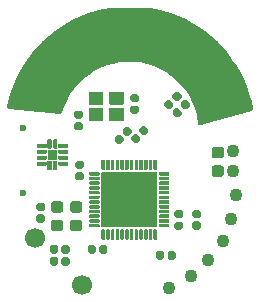
<source format=gts>
%TF.GenerationSoftware,KiCad,Pcbnew,5.1.7-a382d34a8~87~ubuntu20.04.1*%
%TF.CreationDate,2020-10-26T14:53:32+05:00*%
%TF.ProjectId,OneRing,4f6e6552-696e-4672-9e6b-696361645f70,rev?*%
%TF.SameCoordinates,Original*%
%TF.FileFunction,Soldermask,Top*%
%TF.FilePolarity,Negative*%
%FSLAX46Y46*%
G04 Gerber Fmt 4.6, Leading zero omitted, Abs format (unit mm)*
G04 Created by KiCad (PCBNEW 5.1.7-a382d34a8~87~ubuntu20.04.1) date 2020-10-26 14:53:32*
%MOMM*%
%LPD*%
G01*
G04 APERTURE LIST*
%ADD10C,0.100000*%
%ADD11C,1.700000*%
%ADD12C,0.600000*%
%ADD13C,1.100000*%
%ADD14C,0.254000*%
G04 APERTURE END LIST*
D10*
%TO.C,AE1*%
G36*
X162334535Y-90361447D02*
G01*
X163288907Y-90136782D01*
X164252431Y-90023546D01*
X165239248Y-89997242D01*
X166220381Y-90065637D01*
X167176512Y-90233906D01*
X168161112Y-90508426D01*
X169062061Y-90857125D01*
X169913513Y-91291556D01*
X170747033Y-91813614D01*
X171531055Y-92421404D01*
X172241086Y-93100784D01*
X172884194Y-93839507D01*
X173438475Y-94633089D01*
X173940670Y-95502744D01*
X174321778Y-96384139D01*
X174633376Y-97315217D01*
X174867193Y-98381017D01*
X170858601Y-99455116D01*
X170728819Y-98661670D01*
X170561281Y-98075043D01*
X170340963Y-97523264D01*
X170105301Y-97068772D01*
X169769072Y-96548051D01*
X169409735Y-96095639D01*
X168997619Y-95678074D01*
X168542383Y-95292769D01*
X168085945Y-94980255D01*
X167574141Y-94692929D01*
X167061135Y-94478395D01*
X166517257Y-94303191D01*
X165935435Y-94179565D01*
X165369142Y-94113895D01*
X164777153Y-94106874D01*
X164210353Y-94155220D01*
X163598538Y-94267391D01*
X163079526Y-94416813D01*
X162549654Y-94641614D01*
X162030135Y-94905052D01*
X161562193Y-95206433D01*
X161093051Y-95580606D01*
X160675486Y-95992722D01*
X160306911Y-96433122D01*
X159994397Y-96889560D01*
X159702589Y-97423271D01*
X159478395Y-97938865D01*
X159305779Y-98492403D01*
X155178217Y-98117935D01*
X155503944Y-96860794D01*
X155847466Y-95940527D01*
X156296039Y-95064580D01*
X156811026Y-94243308D01*
X157421404Y-93468945D01*
X158088537Y-92751843D01*
X158839507Y-92115806D01*
X159630501Y-91551865D01*
X160512403Y-91056741D01*
X161391210Y-90665974D01*
X162334535Y-90361447D01*
G37*
%TD*%
D11*
%TO.C,J2*%
X157000000Y-109000000D03*
%TD*%
%TO.C,J3*%
X161000000Y-113000000D03*
%TD*%
%TO.C,C1*%
G36*
G01*
X157697500Y-107730000D02*
X157302500Y-107730000D01*
G75*
G02*
X157130000Y-107557500I0J172500D01*
G01*
X157130000Y-107212500D01*
G75*
G02*
X157302500Y-107040000I172500J0D01*
G01*
X157697500Y-107040000D01*
G75*
G02*
X157870000Y-107212500I0J-172500D01*
G01*
X157870000Y-107557500D01*
G75*
G02*
X157697500Y-107730000I-172500J0D01*
G01*
G37*
G36*
G01*
X157697500Y-106760000D02*
X157302500Y-106760000D01*
G75*
G02*
X157130000Y-106587500I0J172500D01*
G01*
X157130000Y-106242500D01*
G75*
G02*
X157302500Y-106070000I172500J0D01*
G01*
X157697500Y-106070000D01*
G75*
G02*
X157870000Y-106242500I0J-172500D01*
G01*
X157870000Y-106587500D01*
G75*
G02*
X157697500Y-106760000I-172500J0D01*
G01*
G37*
%TD*%
%TO.C,C2*%
G36*
G01*
X163145000Y-109802500D02*
X163145000Y-110197500D01*
G75*
G02*
X162972500Y-110370000I-172500J0D01*
G01*
X162627500Y-110370000D01*
G75*
G02*
X162455000Y-110197500I0J172500D01*
G01*
X162455000Y-109802500D01*
G75*
G02*
X162627500Y-109630000I172500J0D01*
G01*
X162972500Y-109630000D01*
G75*
G02*
X163145000Y-109802500I0J-172500D01*
G01*
G37*
G36*
G01*
X162175000Y-109802500D02*
X162175000Y-110197500D01*
G75*
G02*
X162002500Y-110370000I-172500J0D01*
G01*
X161657500Y-110370000D01*
G75*
G02*
X161485000Y-110197500I0J172500D01*
G01*
X161485000Y-109802500D01*
G75*
G02*
X161657500Y-109630000I172500J0D01*
G01*
X162002500Y-109630000D01*
G75*
G02*
X162175000Y-109802500I0J-172500D01*
G01*
G37*
%TD*%
%TO.C,C3*%
G36*
G01*
X166138649Y-100340659D02*
X165859341Y-100061351D01*
G75*
G02*
X165859341Y-99817399I121976J121976D01*
G01*
X166103293Y-99573447D01*
G75*
G02*
X166347245Y-99573447I121976J-121976D01*
G01*
X166626553Y-99852755D01*
G75*
G02*
X166626553Y-100096707I-121976J-121976D01*
G01*
X166382601Y-100340659D01*
G75*
G02*
X166138649Y-100340659I-121976J121976D01*
G01*
G37*
G36*
G01*
X165452755Y-101026553D02*
X165173447Y-100747245D01*
G75*
G02*
X165173447Y-100503293I121976J121976D01*
G01*
X165417399Y-100259341D01*
G75*
G02*
X165661351Y-100259341I121976J-121976D01*
G01*
X165940659Y-100538649D01*
G75*
G02*
X165940659Y-100782601I-121976J-121976D01*
G01*
X165696707Y-101026553D01*
G75*
G02*
X165452755Y-101026553I-121976J121976D01*
G01*
G37*
%TD*%
%TO.C,C4*%
G36*
G01*
X164052755Y-101076553D02*
X163773447Y-100797245D01*
G75*
G02*
X163773447Y-100553293I121976J121976D01*
G01*
X164017399Y-100309341D01*
G75*
G02*
X164261351Y-100309341I121976J-121976D01*
G01*
X164540659Y-100588649D01*
G75*
G02*
X164540659Y-100832601I-121976J-121976D01*
G01*
X164296707Y-101076553D01*
G75*
G02*
X164052755Y-101076553I-121976J121976D01*
G01*
G37*
G36*
G01*
X164738649Y-100390659D02*
X164459341Y-100111351D01*
G75*
G02*
X164459341Y-99867399I121976J121976D01*
G01*
X164703293Y-99623447D01*
G75*
G02*
X164947245Y-99623447I121976J-121976D01*
G01*
X165226553Y-99902755D01*
G75*
G02*
X165226553Y-100146707I-121976J-121976D01*
G01*
X164982601Y-100390659D01*
G75*
G02*
X164738649Y-100390659I-121976J121976D01*
G01*
G37*
%TD*%
%TO.C,C5*%
G36*
G01*
X159181250Y-108475000D02*
X158618750Y-108475000D01*
G75*
G02*
X158375000Y-108231250I0J243750D01*
G01*
X158375000Y-107743750D01*
G75*
G02*
X158618750Y-107500000I243750J0D01*
G01*
X159181250Y-107500000D01*
G75*
G02*
X159425000Y-107743750I0J-243750D01*
G01*
X159425000Y-108231250D01*
G75*
G02*
X159181250Y-108475000I-243750J0D01*
G01*
G37*
G36*
G01*
X159181250Y-106900000D02*
X158618750Y-106900000D01*
G75*
G02*
X158375000Y-106656250I0J243750D01*
G01*
X158375000Y-106168750D01*
G75*
G02*
X158618750Y-105925000I243750J0D01*
G01*
X159181250Y-105925000D01*
G75*
G02*
X159425000Y-106168750I0J-243750D01*
G01*
X159425000Y-106656250D01*
G75*
G02*
X159181250Y-106900000I-243750J0D01*
G01*
G37*
%TD*%
%TO.C,C6*%
G36*
G01*
X169397500Y-108345000D02*
X169002500Y-108345000D01*
G75*
G02*
X168830000Y-108172500I0J172500D01*
G01*
X168830000Y-107827500D01*
G75*
G02*
X169002500Y-107655000I172500J0D01*
G01*
X169397500Y-107655000D01*
G75*
G02*
X169570000Y-107827500I0J-172500D01*
G01*
X169570000Y-108172500D01*
G75*
G02*
X169397500Y-108345000I-172500J0D01*
G01*
G37*
G36*
G01*
X169397500Y-107375000D02*
X169002500Y-107375000D01*
G75*
G02*
X168830000Y-107202500I0J172500D01*
G01*
X168830000Y-106857500D01*
G75*
G02*
X169002500Y-106685000I172500J0D01*
G01*
X169397500Y-106685000D01*
G75*
G02*
X169570000Y-106857500I0J-172500D01*
G01*
X169570000Y-107202500D01*
G75*
G02*
X169397500Y-107375000I-172500J0D01*
G01*
G37*
%TD*%
%TO.C,C7*%
G36*
G01*
X165647500Y-97545000D02*
X165252500Y-97545000D01*
G75*
G02*
X165080000Y-97372500I0J172500D01*
G01*
X165080000Y-97027500D01*
G75*
G02*
X165252500Y-96855000I172500J0D01*
G01*
X165647500Y-96855000D01*
G75*
G02*
X165820000Y-97027500I0J-172500D01*
G01*
X165820000Y-97372500D01*
G75*
G02*
X165647500Y-97545000I-172500J0D01*
G01*
G37*
G36*
G01*
X165647500Y-98515000D02*
X165252500Y-98515000D01*
G75*
G02*
X165080000Y-98342500I0J172500D01*
G01*
X165080000Y-97997500D01*
G75*
G02*
X165252500Y-97825000I172500J0D01*
G01*
X165647500Y-97825000D01*
G75*
G02*
X165820000Y-97997500I0J-172500D01*
G01*
X165820000Y-98342500D01*
G75*
G02*
X165647500Y-98515000I-172500J0D01*
G01*
G37*
%TD*%
%TO.C,C8*%
G36*
G01*
X160897500Y-99915000D02*
X160502500Y-99915000D01*
G75*
G02*
X160330000Y-99742500I0J172500D01*
G01*
X160330000Y-99397500D01*
G75*
G02*
X160502500Y-99225000I172500J0D01*
G01*
X160897500Y-99225000D01*
G75*
G02*
X161070000Y-99397500I0J-172500D01*
G01*
X161070000Y-99742500D01*
G75*
G02*
X160897500Y-99915000I-172500J0D01*
G01*
G37*
G36*
G01*
X160897500Y-98945000D02*
X160502500Y-98945000D01*
G75*
G02*
X160330000Y-98772500I0J172500D01*
G01*
X160330000Y-98427500D01*
G75*
G02*
X160502500Y-98255000I172500J0D01*
G01*
X160897500Y-98255000D01*
G75*
G02*
X161070000Y-98427500I0J-172500D01*
G01*
X161070000Y-98772500D01*
G75*
G02*
X160897500Y-98945000I-172500J0D01*
G01*
G37*
%TD*%
%TO.C,C9*%
G36*
G01*
X160602500Y-103475000D02*
X160997500Y-103475000D01*
G75*
G02*
X161170000Y-103647500I0J-172500D01*
G01*
X161170000Y-103992500D01*
G75*
G02*
X160997500Y-104165000I-172500J0D01*
G01*
X160602500Y-104165000D01*
G75*
G02*
X160430000Y-103992500I0J172500D01*
G01*
X160430000Y-103647500D01*
G75*
G02*
X160602500Y-103475000I172500J0D01*
G01*
G37*
G36*
G01*
X160602500Y-102505000D02*
X160997500Y-102505000D01*
G75*
G02*
X161170000Y-102677500I0J-172500D01*
G01*
X161170000Y-103022500D01*
G75*
G02*
X160997500Y-103195000I-172500J0D01*
G01*
X160602500Y-103195000D01*
G75*
G02*
X160430000Y-103022500I0J172500D01*
G01*
X160430000Y-102677500D01*
G75*
G02*
X160602500Y-102505000I172500J0D01*
G01*
G37*
%TD*%
%TO.C,C10*%
G36*
G01*
X160781250Y-106900000D02*
X160218750Y-106900000D01*
G75*
G02*
X159975000Y-106656250I0J243750D01*
G01*
X159975000Y-106168750D01*
G75*
G02*
X160218750Y-105925000I243750J0D01*
G01*
X160781250Y-105925000D01*
G75*
G02*
X161025000Y-106168750I0J-243750D01*
G01*
X161025000Y-106656250D01*
G75*
G02*
X160781250Y-106900000I-243750J0D01*
G01*
G37*
G36*
G01*
X160781250Y-108475000D02*
X160218750Y-108475000D01*
G75*
G02*
X159975000Y-108231250I0J243750D01*
G01*
X159975000Y-107743750D01*
G75*
G02*
X160218750Y-107500000I243750J0D01*
G01*
X160781250Y-107500000D01*
G75*
G02*
X161025000Y-107743750I0J-243750D01*
G01*
X161025000Y-108231250D01*
G75*
G02*
X160781250Y-108475000I-243750J0D01*
G01*
G37*
%TD*%
%TO.C,C11*%
G36*
G01*
X172781250Y-103875000D02*
X172218750Y-103875000D01*
G75*
G02*
X171975000Y-103631250I0J243750D01*
G01*
X171975000Y-103143750D01*
G75*
G02*
X172218750Y-102900000I243750J0D01*
G01*
X172781250Y-102900000D01*
G75*
G02*
X173025000Y-103143750I0J-243750D01*
G01*
X173025000Y-103631250D01*
G75*
G02*
X172781250Y-103875000I-243750J0D01*
G01*
G37*
G36*
G01*
X172781250Y-102300000D02*
X172218750Y-102300000D01*
G75*
G02*
X171975000Y-102056250I0J243750D01*
G01*
X171975000Y-101568750D01*
G75*
G02*
X172218750Y-101325000I243750J0D01*
G01*
X172781250Y-101325000D01*
G75*
G02*
X173025000Y-101568750I0J-243750D01*
G01*
X173025000Y-102056250D01*
G75*
G02*
X172781250Y-102300000I-243750J0D01*
G01*
G37*
%TD*%
%TO.C,C12*%
G36*
G01*
X168461351Y-97359341D02*
X168740659Y-97638649D01*
G75*
G02*
X168740659Y-97882601I-121976J-121976D01*
G01*
X168496707Y-98126553D01*
G75*
G02*
X168252755Y-98126553I-121976J121976D01*
G01*
X167973447Y-97847245D01*
G75*
G02*
X167973447Y-97603293I121976J121976D01*
G01*
X168217399Y-97359341D01*
G75*
G02*
X168461351Y-97359341I121976J-121976D01*
G01*
G37*
G36*
G01*
X169147245Y-96673447D02*
X169426553Y-96952755D01*
G75*
G02*
X169426553Y-97196707I-121976J-121976D01*
G01*
X169182601Y-97440659D01*
G75*
G02*
X168938649Y-97440659I-121976J121976D01*
G01*
X168659341Y-97161351D01*
G75*
G02*
X168659341Y-96917399I121976J121976D01*
G01*
X168903293Y-96673447D01*
G75*
G02*
X169147245Y-96673447I121976J-121976D01*
G01*
G37*
%TD*%
%TO.C,D3*%
G36*
G01*
X167270000Y-110697500D02*
X167270000Y-110302500D01*
G75*
G02*
X167442500Y-110130000I172500J0D01*
G01*
X167787500Y-110130000D01*
G75*
G02*
X167960000Y-110302500I0J-172500D01*
G01*
X167960000Y-110697500D01*
G75*
G02*
X167787500Y-110870000I-172500J0D01*
G01*
X167442500Y-110870000D01*
G75*
G02*
X167270000Y-110697500I0J172500D01*
G01*
G37*
G36*
G01*
X168240000Y-110697500D02*
X168240000Y-110302500D01*
G75*
G02*
X168412500Y-110130000I172500J0D01*
G01*
X168757500Y-110130000D01*
G75*
G02*
X168930000Y-110302500I0J-172500D01*
G01*
X168930000Y-110697500D01*
G75*
G02*
X168757500Y-110870000I-172500J0D01*
G01*
X168412500Y-110870000D01*
G75*
G02*
X168240000Y-110697500I0J172500D01*
G01*
G37*
%TD*%
D12*
%TO.C,J1*%
X156000000Y-105250000D03*
X156000000Y-99750000D03*
%TD*%
%TO.C,L2*%
G36*
G01*
X169847245Y-97373447D02*
X170126553Y-97652755D01*
G75*
G02*
X170126553Y-97896707I-121976J-121976D01*
G01*
X169882601Y-98140659D01*
G75*
G02*
X169638649Y-98140659I-121976J121976D01*
G01*
X169359341Y-97861351D01*
G75*
G02*
X169359341Y-97617399I121976J121976D01*
G01*
X169603293Y-97373447D01*
G75*
G02*
X169847245Y-97373447I121976J-121976D01*
G01*
G37*
G36*
G01*
X169161351Y-98059341D02*
X169440659Y-98338649D01*
G75*
G02*
X169440659Y-98582601I-121976J-121976D01*
G01*
X169196707Y-98826553D01*
G75*
G02*
X168952755Y-98826553I-121976J121976D01*
G01*
X168673447Y-98547245D01*
G75*
G02*
X168673447Y-98303293I121976J121976D01*
G01*
X168917399Y-98059341D01*
G75*
G02*
X169161351Y-98059341I121976J-121976D01*
G01*
G37*
%TD*%
%TO.C,R4*%
G36*
G01*
X170897500Y-107360000D02*
X170502500Y-107360000D01*
G75*
G02*
X170330000Y-107187500I0J172500D01*
G01*
X170330000Y-106842500D01*
G75*
G02*
X170502500Y-106670000I172500J0D01*
G01*
X170897500Y-106670000D01*
G75*
G02*
X171070000Y-106842500I0J-172500D01*
G01*
X171070000Y-107187500D01*
G75*
G02*
X170897500Y-107360000I-172500J0D01*
G01*
G37*
G36*
G01*
X170897500Y-108330000D02*
X170502500Y-108330000D01*
G75*
G02*
X170330000Y-108157500I0J172500D01*
G01*
X170330000Y-107812500D01*
G75*
G02*
X170502500Y-107640000I172500J0D01*
G01*
X170897500Y-107640000D01*
G75*
G02*
X171070000Y-107812500I0J-172500D01*
G01*
X171070000Y-108157500D01*
G75*
G02*
X170897500Y-108330000I-172500J0D01*
G01*
G37*
%TD*%
%TO.C,R5*%
G36*
G01*
X159255000Y-111197500D02*
X159255000Y-110802500D01*
G75*
G02*
X159427500Y-110630000I172500J0D01*
G01*
X159772500Y-110630000D01*
G75*
G02*
X159945000Y-110802500I0J-172500D01*
G01*
X159945000Y-111197500D01*
G75*
G02*
X159772500Y-111370000I-172500J0D01*
G01*
X159427500Y-111370000D01*
G75*
G02*
X159255000Y-111197500I0J172500D01*
G01*
G37*
G36*
G01*
X158285000Y-111197500D02*
X158285000Y-110802500D01*
G75*
G02*
X158457500Y-110630000I172500J0D01*
G01*
X158802500Y-110630000D01*
G75*
G02*
X158975000Y-110802500I0J-172500D01*
G01*
X158975000Y-111197500D01*
G75*
G02*
X158802500Y-111370000I-172500J0D01*
G01*
X158457500Y-111370000D01*
G75*
G02*
X158285000Y-111197500I0J172500D01*
G01*
G37*
%TD*%
%TO.C,R6*%
G36*
G01*
X159945000Y-109802500D02*
X159945000Y-110197500D01*
G75*
G02*
X159772500Y-110370000I-172500J0D01*
G01*
X159427500Y-110370000D01*
G75*
G02*
X159255000Y-110197500I0J172500D01*
G01*
X159255000Y-109802500D01*
G75*
G02*
X159427500Y-109630000I172500J0D01*
G01*
X159772500Y-109630000D01*
G75*
G02*
X159945000Y-109802500I0J-172500D01*
G01*
G37*
G36*
G01*
X158975000Y-109802500D02*
X158975000Y-110197500D01*
G75*
G02*
X158802500Y-110370000I-172500J0D01*
G01*
X158457500Y-110370000D01*
G75*
G02*
X158285000Y-110197500I0J172500D01*
G01*
X158285000Y-109802500D01*
G75*
G02*
X158457500Y-109630000I172500J0D01*
G01*
X158802500Y-109630000D01*
G75*
G02*
X158975000Y-109802500I0J-172500D01*
G01*
G37*
%TD*%
D13*
%TO.C,SW1*%
X173800000Y-101650000D03*
X173800000Y-103350000D03*
%TD*%
%TO.C,TP1*%
X168400000Y-113300000D03*
%TD*%
%TO.C,TP2*%
X172900000Y-109300000D03*
%TD*%
%TO.C,TP3*%
X173600000Y-107400000D03*
%TD*%
%TO.C,TP4*%
X174000000Y-105400000D03*
%TD*%
%TO.C,TP5*%
X171700000Y-110900000D03*
%TD*%
%TO.C,TP6*%
X170200000Y-112300000D03*
%TD*%
%TO.C,U1*%
G36*
G01*
X162875000Y-109200000D02*
X162725000Y-109200000D01*
G75*
G02*
X162650000Y-109125000I0J75000D01*
G01*
X162650000Y-108375000D01*
G75*
G02*
X162725000Y-108300000I75000J0D01*
G01*
X162875000Y-108300000D01*
G75*
G02*
X162950000Y-108375000I0J-75000D01*
G01*
X162950000Y-109125000D01*
G75*
G02*
X162875000Y-109200000I-75000J0D01*
G01*
G37*
G36*
G01*
X163275000Y-109200000D02*
X163125000Y-109200000D01*
G75*
G02*
X163050000Y-109125000I0J75000D01*
G01*
X163050000Y-108375000D01*
G75*
G02*
X163125000Y-108300000I75000J0D01*
G01*
X163275000Y-108300000D01*
G75*
G02*
X163350000Y-108375000I0J-75000D01*
G01*
X163350000Y-109125000D01*
G75*
G02*
X163275000Y-109200000I-75000J0D01*
G01*
G37*
G36*
G01*
X163675000Y-109200000D02*
X163525000Y-109200000D01*
G75*
G02*
X163450000Y-109125000I0J75000D01*
G01*
X163450000Y-108375000D01*
G75*
G02*
X163525000Y-108300000I75000J0D01*
G01*
X163675000Y-108300000D01*
G75*
G02*
X163750000Y-108375000I0J-75000D01*
G01*
X163750000Y-109125000D01*
G75*
G02*
X163675000Y-109200000I-75000J0D01*
G01*
G37*
G36*
G01*
X164075000Y-109200000D02*
X163925000Y-109200000D01*
G75*
G02*
X163850000Y-109125000I0J75000D01*
G01*
X163850000Y-108375000D01*
G75*
G02*
X163925000Y-108300000I75000J0D01*
G01*
X164075000Y-108300000D01*
G75*
G02*
X164150000Y-108375000I0J-75000D01*
G01*
X164150000Y-109125000D01*
G75*
G02*
X164075000Y-109200000I-75000J0D01*
G01*
G37*
G36*
G01*
X164475000Y-109200000D02*
X164325000Y-109200000D01*
G75*
G02*
X164250000Y-109125000I0J75000D01*
G01*
X164250000Y-108375000D01*
G75*
G02*
X164325000Y-108300000I75000J0D01*
G01*
X164475000Y-108300000D01*
G75*
G02*
X164550000Y-108375000I0J-75000D01*
G01*
X164550000Y-109125000D01*
G75*
G02*
X164475000Y-109200000I-75000J0D01*
G01*
G37*
G36*
G01*
X164875000Y-109200000D02*
X164725000Y-109200000D01*
G75*
G02*
X164650000Y-109125000I0J75000D01*
G01*
X164650000Y-108375000D01*
G75*
G02*
X164725000Y-108300000I75000J0D01*
G01*
X164875000Y-108300000D01*
G75*
G02*
X164950000Y-108375000I0J-75000D01*
G01*
X164950000Y-109125000D01*
G75*
G02*
X164875000Y-109200000I-75000J0D01*
G01*
G37*
G36*
G01*
X165275000Y-109200000D02*
X165125000Y-109200000D01*
G75*
G02*
X165050000Y-109125000I0J75000D01*
G01*
X165050000Y-108375000D01*
G75*
G02*
X165125000Y-108300000I75000J0D01*
G01*
X165275000Y-108300000D01*
G75*
G02*
X165350000Y-108375000I0J-75000D01*
G01*
X165350000Y-109125000D01*
G75*
G02*
X165275000Y-109200000I-75000J0D01*
G01*
G37*
G36*
G01*
X165675000Y-109200000D02*
X165525000Y-109200000D01*
G75*
G02*
X165450000Y-109125000I0J75000D01*
G01*
X165450000Y-108375000D01*
G75*
G02*
X165525000Y-108300000I75000J0D01*
G01*
X165675000Y-108300000D01*
G75*
G02*
X165750000Y-108375000I0J-75000D01*
G01*
X165750000Y-109125000D01*
G75*
G02*
X165675000Y-109200000I-75000J0D01*
G01*
G37*
G36*
G01*
X166075000Y-109200000D02*
X165925000Y-109200000D01*
G75*
G02*
X165850000Y-109125000I0J75000D01*
G01*
X165850000Y-108375000D01*
G75*
G02*
X165925000Y-108300000I75000J0D01*
G01*
X166075000Y-108300000D01*
G75*
G02*
X166150000Y-108375000I0J-75000D01*
G01*
X166150000Y-109125000D01*
G75*
G02*
X166075000Y-109200000I-75000J0D01*
G01*
G37*
G36*
G01*
X166475000Y-109200000D02*
X166325000Y-109200000D01*
G75*
G02*
X166250000Y-109125000I0J75000D01*
G01*
X166250000Y-108375000D01*
G75*
G02*
X166325000Y-108300000I75000J0D01*
G01*
X166475000Y-108300000D01*
G75*
G02*
X166550000Y-108375000I0J-75000D01*
G01*
X166550000Y-109125000D01*
G75*
G02*
X166475000Y-109200000I-75000J0D01*
G01*
G37*
G36*
G01*
X166875000Y-109200000D02*
X166725000Y-109200000D01*
G75*
G02*
X166650000Y-109125000I0J75000D01*
G01*
X166650000Y-108375000D01*
G75*
G02*
X166725000Y-108300000I75000J0D01*
G01*
X166875000Y-108300000D01*
G75*
G02*
X166950000Y-108375000I0J-75000D01*
G01*
X166950000Y-109125000D01*
G75*
G02*
X166875000Y-109200000I-75000J0D01*
G01*
G37*
G36*
G01*
X167275000Y-109200000D02*
X167125000Y-109200000D01*
G75*
G02*
X167050000Y-109125000I0J75000D01*
G01*
X167050000Y-108375000D01*
G75*
G02*
X167125000Y-108300000I75000J0D01*
G01*
X167275000Y-108300000D01*
G75*
G02*
X167350000Y-108375000I0J-75000D01*
G01*
X167350000Y-109125000D01*
G75*
G02*
X167275000Y-109200000I-75000J0D01*
G01*
G37*
G36*
G01*
X168325000Y-108150000D02*
X167575000Y-108150000D01*
G75*
G02*
X167500000Y-108075000I0J75000D01*
G01*
X167500000Y-107925000D01*
G75*
G02*
X167575000Y-107850000I75000J0D01*
G01*
X168325000Y-107850000D01*
G75*
G02*
X168400000Y-107925000I0J-75000D01*
G01*
X168400000Y-108075000D01*
G75*
G02*
X168325000Y-108150000I-75000J0D01*
G01*
G37*
G36*
G01*
X168325000Y-107750000D02*
X167575000Y-107750000D01*
G75*
G02*
X167500000Y-107675000I0J75000D01*
G01*
X167500000Y-107525000D01*
G75*
G02*
X167575000Y-107450000I75000J0D01*
G01*
X168325000Y-107450000D01*
G75*
G02*
X168400000Y-107525000I0J-75000D01*
G01*
X168400000Y-107675000D01*
G75*
G02*
X168325000Y-107750000I-75000J0D01*
G01*
G37*
G36*
G01*
X168325000Y-107350000D02*
X167575000Y-107350000D01*
G75*
G02*
X167500000Y-107275000I0J75000D01*
G01*
X167500000Y-107125000D01*
G75*
G02*
X167575000Y-107050000I75000J0D01*
G01*
X168325000Y-107050000D01*
G75*
G02*
X168400000Y-107125000I0J-75000D01*
G01*
X168400000Y-107275000D01*
G75*
G02*
X168325000Y-107350000I-75000J0D01*
G01*
G37*
G36*
G01*
X168325000Y-106950000D02*
X167575000Y-106950000D01*
G75*
G02*
X167500000Y-106875000I0J75000D01*
G01*
X167500000Y-106725000D01*
G75*
G02*
X167575000Y-106650000I75000J0D01*
G01*
X168325000Y-106650000D01*
G75*
G02*
X168400000Y-106725000I0J-75000D01*
G01*
X168400000Y-106875000D01*
G75*
G02*
X168325000Y-106950000I-75000J0D01*
G01*
G37*
G36*
G01*
X168325000Y-106550000D02*
X167575000Y-106550000D01*
G75*
G02*
X167500000Y-106475000I0J75000D01*
G01*
X167500000Y-106325000D01*
G75*
G02*
X167575000Y-106250000I75000J0D01*
G01*
X168325000Y-106250000D01*
G75*
G02*
X168400000Y-106325000I0J-75000D01*
G01*
X168400000Y-106475000D01*
G75*
G02*
X168325000Y-106550000I-75000J0D01*
G01*
G37*
G36*
G01*
X168325000Y-106150000D02*
X167575000Y-106150000D01*
G75*
G02*
X167500000Y-106075000I0J75000D01*
G01*
X167500000Y-105925000D01*
G75*
G02*
X167575000Y-105850000I75000J0D01*
G01*
X168325000Y-105850000D01*
G75*
G02*
X168400000Y-105925000I0J-75000D01*
G01*
X168400000Y-106075000D01*
G75*
G02*
X168325000Y-106150000I-75000J0D01*
G01*
G37*
G36*
G01*
X168325000Y-105750000D02*
X167575000Y-105750000D01*
G75*
G02*
X167500000Y-105675000I0J75000D01*
G01*
X167500000Y-105525000D01*
G75*
G02*
X167575000Y-105450000I75000J0D01*
G01*
X168325000Y-105450000D01*
G75*
G02*
X168400000Y-105525000I0J-75000D01*
G01*
X168400000Y-105675000D01*
G75*
G02*
X168325000Y-105750000I-75000J0D01*
G01*
G37*
G36*
G01*
X168325000Y-105350000D02*
X167575000Y-105350000D01*
G75*
G02*
X167500000Y-105275000I0J75000D01*
G01*
X167500000Y-105125000D01*
G75*
G02*
X167575000Y-105050000I75000J0D01*
G01*
X168325000Y-105050000D01*
G75*
G02*
X168400000Y-105125000I0J-75000D01*
G01*
X168400000Y-105275000D01*
G75*
G02*
X168325000Y-105350000I-75000J0D01*
G01*
G37*
G36*
G01*
X168325000Y-104950000D02*
X167575000Y-104950000D01*
G75*
G02*
X167500000Y-104875000I0J75000D01*
G01*
X167500000Y-104725000D01*
G75*
G02*
X167575000Y-104650000I75000J0D01*
G01*
X168325000Y-104650000D01*
G75*
G02*
X168400000Y-104725000I0J-75000D01*
G01*
X168400000Y-104875000D01*
G75*
G02*
X168325000Y-104950000I-75000J0D01*
G01*
G37*
G36*
G01*
X168325000Y-104550000D02*
X167575000Y-104550000D01*
G75*
G02*
X167500000Y-104475000I0J75000D01*
G01*
X167500000Y-104325000D01*
G75*
G02*
X167575000Y-104250000I75000J0D01*
G01*
X168325000Y-104250000D01*
G75*
G02*
X168400000Y-104325000I0J-75000D01*
G01*
X168400000Y-104475000D01*
G75*
G02*
X168325000Y-104550000I-75000J0D01*
G01*
G37*
G36*
G01*
X168325000Y-104150000D02*
X167575000Y-104150000D01*
G75*
G02*
X167500000Y-104075000I0J75000D01*
G01*
X167500000Y-103925000D01*
G75*
G02*
X167575000Y-103850000I75000J0D01*
G01*
X168325000Y-103850000D01*
G75*
G02*
X168400000Y-103925000I0J-75000D01*
G01*
X168400000Y-104075000D01*
G75*
G02*
X168325000Y-104150000I-75000J0D01*
G01*
G37*
G36*
G01*
X168325000Y-103750000D02*
X167575000Y-103750000D01*
G75*
G02*
X167500000Y-103675000I0J75000D01*
G01*
X167500000Y-103525000D01*
G75*
G02*
X167575000Y-103450000I75000J0D01*
G01*
X168325000Y-103450000D01*
G75*
G02*
X168400000Y-103525000I0J-75000D01*
G01*
X168400000Y-103675000D01*
G75*
G02*
X168325000Y-103750000I-75000J0D01*
G01*
G37*
G36*
G01*
X167275000Y-103300000D02*
X167125000Y-103300000D01*
G75*
G02*
X167050000Y-103225000I0J75000D01*
G01*
X167050000Y-102475000D01*
G75*
G02*
X167125000Y-102400000I75000J0D01*
G01*
X167275000Y-102400000D01*
G75*
G02*
X167350000Y-102475000I0J-75000D01*
G01*
X167350000Y-103225000D01*
G75*
G02*
X167275000Y-103300000I-75000J0D01*
G01*
G37*
G36*
G01*
X166875000Y-103300000D02*
X166725000Y-103300000D01*
G75*
G02*
X166650000Y-103225000I0J75000D01*
G01*
X166650000Y-102475000D01*
G75*
G02*
X166725000Y-102400000I75000J0D01*
G01*
X166875000Y-102400000D01*
G75*
G02*
X166950000Y-102475000I0J-75000D01*
G01*
X166950000Y-103225000D01*
G75*
G02*
X166875000Y-103300000I-75000J0D01*
G01*
G37*
G36*
G01*
X166475000Y-103300000D02*
X166325000Y-103300000D01*
G75*
G02*
X166250000Y-103225000I0J75000D01*
G01*
X166250000Y-102475000D01*
G75*
G02*
X166325000Y-102400000I75000J0D01*
G01*
X166475000Y-102400000D01*
G75*
G02*
X166550000Y-102475000I0J-75000D01*
G01*
X166550000Y-103225000D01*
G75*
G02*
X166475000Y-103300000I-75000J0D01*
G01*
G37*
G36*
G01*
X166075000Y-103300000D02*
X165925000Y-103300000D01*
G75*
G02*
X165850000Y-103225000I0J75000D01*
G01*
X165850000Y-102475000D01*
G75*
G02*
X165925000Y-102400000I75000J0D01*
G01*
X166075000Y-102400000D01*
G75*
G02*
X166150000Y-102475000I0J-75000D01*
G01*
X166150000Y-103225000D01*
G75*
G02*
X166075000Y-103300000I-75000J0D01*
G01*
G37*
G36*
G01*
X165675000Y-103300000D02*
X165525000Y-103300000D01*
G75*
G02*
X165450000Y-103225000I0J75000D01*
G01*
X165450000Y-102475000D01*
G75*
G02*
X165525000Y-102400000I75000J0D01*
G01*
X165675000Y-102400000D01*
G75*
G02*
X165750000Y-102475000I0J-75000D01*
G01*
X165750000Y-103225000D01*
G75*
G02*
X165675000Y-103300000I-75000J0D01*
G01*
G37*
G36*
G01*
X165275000Y-103300000D02*
X165125000Y-103300000D01*
G75*
G02*
X165050000Y-103225000I0J75000D01*
G01*
X165050000Y-102475000D01*
G75*
G02*
X165125000Y-102400000I75000J0D01*
G01*
X165275000Y-102400000D01*
G75*
G02*
X165350000Y-102475000I0J-75000D01*
G01*
X165350000Y-103225000D01*
G75*
G02*
X165275000Y-103300000I-75000J0D01*
G01*
G37*
G36*
G01*
X164875000Y-103300000D02*
X164725000Y-103300000D01*
G75*
G02*
X164650000Y-103225000I0J75000D01*
G01*
X164650000Y-102475000D01*
G75*
G02*
X164725000Y-102400000I75000J0D01*
G01*
X164875000Y-102400000D01*
G75*
G02*
X164950000Y-102475000I0J-75000D01*
G01*
X164950000Y-103225000D01*
G75*
G02*
X164875000Y-103300000I-75000J0D01*
G01*
G37*
G36*
G01*
X164475000Y-103300000D02*
X164325000Y-103300000D01*
G75*
G02*
X164250000Y-103225000I0J75000D01*
G01*
X164250000Y-102475000D01*
G75*
G02*
X164325000Y-102400000I75000J0D01*
G01*
X164475000Y-102400000D01*
G75*
G02*
X164550000Y-102475000I0J-75000D01*
G01*
X164550000Y-103225000D01*
G75*
G02*
X164475000Y-103300000I-75000J0D01*
G01*
G37*
G36*
G01*
X164075000Y-103300000D02*
X163925000Y-103300000D01*
G75*
G02*
X163850000Y-103225000I0J75000D01*
G01*
X163850000Y-102475000D01*
G75*
G02*
X163925000Y-102400000I75000J0D01*
G01*
X164075000Y-102400000D01*
G75*
G02*
X164150000Y-102475000I0J-75000D01*
G01*
X164150000Y-103225000D01*
G75*
G02*
X164075000Y-103300000I-75000J0D01*
G01*
G37*
G36*
G01*
X163675000Y-103300000D02*
X163525000Y-103300000D01*
G75*
G02*
X163450000Y-103225000I0J75000D01*
G01*
X163450000Y-102475000D01*
G75*
G02*
X163525000Y-102400000I75000J0D01*
G01*
X163675000Y-102400000D01*
G75*
G02*
X163750000Y-102475000I0J-75000D01*
G01*
X163750000Y-103225000D01*
G75*
G02*
X163675000Y-103300000I-75000J0D01*
G01*
G37*
G36*
G01*
X163275000Y-103300000D02*
X163125000Y-103300000D01*
G75*
G02*
X163050000Y-103225000I0J75000D01*
G01*
X163050000Y-102475000D01*
G75*
G02*
X163125000Y-102400000I75000J0D01*
G01*
X163275000Y-102400000D01*
G75*
G02*
X163350000Y-102475000I0J-75000D01*
G01*
X163350000Y-103225000D01*
G75*
G02*
X163275000Y-103300000I-75000J0D01*
G01*
G37*
G36*
G01*
X162875000Y-103300000D02*
X162725000Y-103300000D01*
G75*
G02*
X162650000Y-103225000I0J75000D01*
G01*
X162650000Y-102475000D01*
G75*
G02*
X162725000Y-102400000I75000J0D01*
G01*
X162875000Y-102400000D01*
G75*
G02*
X162950000Y-102475000I0J-75000D01*
G01*
X162950000Y-103225000D01*
G75*
G02*
X162875000Y-103300000I-75000J0D01*
G01*
G37*
G36*
G01*
X162425000Y-103750000D02*
X161675000Y-103750000D01*
G75*
G02*
X161600000Y-103675000I0J75000D01*
G01*
X161600000Y-103525000D01*
G75*
G02*
X161675000Y-103450000I75000J0D01*
G01*
X162425000Y-103450000D01*
G75*
G02*
X162500000Y-103525000I0J-75000D01*
G01*
X162500000Y-103675000D01*
G75*
G02*
X162425000Y-103750000I-75000J0D01*
G01*
G37*
G36*
G01*
X162425000Y-104150000D02*
X161675000Y-104150000D01*
G75*
G02*
X161600000Y-104075000I0J75000D01*
G01*
X161600000Y-103925000D01*
G75*
G02*
X161675000Y-103850000I75000J0D01*
G01*
X162425000Y-103850000D01*
G75*
G02*
X162500000Y-103925000I0J-75000D01*
G01*
X162500000Y-104075000D01*
G75*
G02*
X162425000Y-104150000I-75000J0D01*
G01*
G37*
G36*
G01*
X162425000Y-104550000D02*
X161675000Y-104550000D01*
G75*
G02*
X161600000Y-104475000I0J75000D01*
G01*
X161600000Y-104325000D01*
G75*
G02*
X161675000Y-104250000I75000J0D01*
G01*
X162425000Y-104250000D01*
G75*
G02*
X162500000Y-104325000I0J-75000D01*
G01*
X162500000Y-104475000D01*
G75*
G02*
X162425000Y-104550000I-75000J0D01*
G01*
G37*
G36*
G01*
X162425000Y-104950000D02*
X161675000Y-104950000D01*
G75*
G02*
X161600000Y-104875000I0J75000D01*
G01*
X161600000Y-104725000D01*
G75*
G02*
X161675000Y-104650000I75000J0D01*
G01*
X162425000Y-104650000D01*
G75*
G02*
X162500000Y-104725000I0J-75000D01*
G01*
X162500000Y-104875000D01*
G75*
G02*
X162425000Y-104950000I-75000J0D01*
G01*
G37*
G36*
G01*
X162425000Y-105350000D02*
X161675000Y-105350000D01*
G75*
G02*
X161600000Y-105275000I0J75000D01*
G01*
X161600000Y-105125000D01*
G75*
G02*
X161675000Y-105050000I75000J0D01*
G01*
X162425000Y-105050000D01*
G75*
G02*
X162500000Y-105125000I0J-75000D01*
G01*
X162500000Y-105275000D01*
G75*
G02*
X162425000Y-105350000I-75000J0D01*
G01*
G37*
G36*
G01*
X162425000Y-105750000D02*
X161675000Y-105750000D01*
G75*
G02*
X161600000Y-105675000I0J75000D01*
G01*
X161600000Y-105525000D01*
G75*
G02*
X161675000Y-105450000I75000J0D01*
G01*
X162425000Y-105450000D01*
G75*
G02*
X162500000Y-105525000I0J-75000D01*
G01*
X162500000Y-105675000D01*
G75*
G02*
X162425000Y-105750000I-75000J0D01*
G01*
G37*
G36*
G01*
X162425000Y-106150000D02*
X161675000Y-106150000D01*
G75*
G02*
X161600000Y-106075000I0J75000D01*
G01*
X161600000Y-105925000D01*
G75*
G02*
X161675000Y-105850000I75000J0D01*
G01*
X162425000Y-105850000D01*
G75*
G02*
X162500000Y-105925000I0J-75000D01*
G01*
X162500000Y-106075000D01*
G75*
G02*
X162425000Y-106150000I-75000J0D01*
G01*
G37*
G36*
G01*
X162425000Y-106550000D02*
X161675000Y-106550000D01*
G75*
G02*
X161600000Y-106475000I0J75000D01*
G01*
X161600000Y-106325000D01*
G75*
G02*
X161675000Y-106250000I75000J0D01*
G01*
X162425000Y-106250000D01*
G75*
G02*
X162500000Y-106325000I0J-75000D01*
G01*
X162500000Y-106475000D01*
G75*
G02*
X162425000Y-106550000I-75000J0D01*
G01*
G37*
G36*
G01*
X162425000Y-106950000D02*
X161675000Y-106950000D01*
G75*
G02*
X161600000Y-106875000I0J75000D01*
G01*
X161600000Y-106725000D01*
G75*
G02*
X161675000Y-106650000I75000J0D01*
G01*
X162425000Y-106650000D01*
G75*
G02*
X162500000Y-106725000I0J-75000D01*
G01*
X162500000Y-106875000D01*
G75*
G02*
X162425000Y-106950000I-75000J0D01*
G01*
G37*
G36*
G01*
X162425000Y-107350000D02*
X161675000Y-107350000D01*
G75*
G02*
X161600000Y-107275000I0J75000D01*
G01*
X161600000Y-107125000D01*
G75*
G02*
X161675000Y-107050000I75000J0D01*
G01*
X162425000Y-107050000D01*
G75*
G02*
X162500000Y-107125000I0J-75000D01*
G01*
X162500000Y-107275000D01*
G75*
G02*
X162425000Y-107350000I-75000J0D01*
G01*
G37*
G36*
G01*
X162425000Y-107750000D02*
X161675000Y-107750000D01*
G75*
G02*
X161600000Y-107675000I0J75000D01*
G01*
X161600000Y-107525000D01*
G75*
G02*
X161675000Y-107450000I75000J0D01*
G01*
X162425000Y-107450000D01*
G75*
G02*
X162500000Y-107525000I0J-75000D01*
G01*
X162500000Y-107675000D01*
G75*
G02*
X162425000Y-107750000I-75000J0D01*
G01*
G37*
G36*
G01*
X162425000Y-108150000D02*
X161675000Y-108150000D01*
G75*
G02*
X161600000Y-108075000I0J75000D01*
G01*
X161600000Y-107925000D01*
G75*
G02*
X161675000Y-107850000I75000J0D01*
G01*
X162425000Y-107850000D01*
G75*
G02*
X162500000Y-107925000I0J-75000D01*
G01*
X162500000Y-108075000D01*
G75*
G02*
X162425000Y-108150000I-75000J0D01*
G01*
G37*
G36*
G01*
X167300000Y-108150000D02*
X162700000Y-108150000D01*
G75*
G02*
X162650000Y-108100000I0J50000D01*
G01*
X162650000Y-103500000D01*
G75*
G02*
X162700000Y-103450000I50000J0D01*
G01*
X167300000Y-103450000D01*
G75*
G02*
X167350000Y-103500000I0J-50000D01*
G01*
X167350000Y-108100000D01*
G75*
G02*
X167300000Y-108150000I-50000J0D01*
G01*
G37*
%TD*%
%TO.C,U2*%
G36*
G01*
X159800000Y-102625000D02*
X159800000Y-102875000D01*
G75*
G02*
X159750000Y-102925000I-50000J0D01*
G01*
X159050000Y-102925000D01*
G75*
G02*
X159000000Y-102875000I0J50000D01*
G01*
X159000000Y-102625000D01*
G75*
G02*
X159050000Y-102575000I50000J0D01*
G01*
X159750000Y-102575000D01*
G75*
G02*
X159800000Y-102625000I0J-50000D01*
G01*
G37*
G36*
G01*
X159800000Y-102125000D02*
X159800000Y-102375000D01*
G75*
G02*
X159750000Y-102425000I-50000J0D01*
G01*
X159050000Y-102425000D01*
G75*
G02*
X159000000Y-102375000I0J50000D01*
G01*
X159000000Y-102125000D01*
G75*
G02*
X159050000Y-102075000I50000J0D01*
G01*
X159750000Y-102075000D01*
G75*
G02*
X159800000Y-102125000I0J-50000D01*
G01*
G37*
G36*
G01*
X159800000Y-101625000D02*
X159800000Y-101875000D01*
G75*
G02*
X159750000Y-101925000I-50000J0D01*
G01*
X159050000Y-101925000D01*
G75*
G02*
X159000000Y-101875000I0J50000D01*
G01*
X159000000Y-101625000D01*
G75*
G02*
X159050000Y-101575000I50000J0D01*
G01*
X159750000Y-101575000D01*
G75*
G02*
X159800000Y-101625000I0J-50000D01*
G01*
G37*
G36*
G01*
X159800000Y-101125000D02*
X159800000Y-101375000D01*
G75*
G02*
X159750000Y-101425000I-50000J0D01*
G01*
X159050000Y-101425000D01*
G75*
G02*
X159000000Y-101375000I0J50000D01*
G01*
X159000000Y-101125000D01*
G75*
G02*
X159050000Y-101075000I50000J0D01*
G01*
X159750000Y-101075000D01*
G75*
G02*
X159800000Y-101125000I0J-50000D01*
G01*
G37*
G36*
G01*
X158000000Y-102625000D02*
X158000000Y-102875000D01*
G75*
G02*
X157950000Y-102925000I-50000J0D01*
G01*
X157250000Y-102925000D01*
G75*
G02*
X157200000Y-102875000I0J50000D01*
G01*
X157200000Y-102625000D01*
G75*
G02*
X157250000Y-102575000I50000J0D01*
G01*
X157950000Y-102575000D01*
G75*
G02*
X158000000Y-102625000I0J-50000D01*
G01*
G37*
G36*
G01*
X158000000Y-102125000D02*
X158000000Y-102375000D01*
G75*
G02*
X157950000Y-102425000I-50000J0D01*
G01*
X157250000Y-102425000D01*
G75*
G02*
X157200000Y-102375000I0J50000D01*
G01*
X157200000Y-102125000D01*
G75*
G02*
X157250000Y-102075000I50000J0D01*
G01*
X157950000Y-102075000D01*
G75*
G02*
X158000000Y-102125000I0J-50000D01*
G01*
G37*
G36*
G01*
X158000000Y-101125000D02*
X158000000Y-101375000D01*
G75*
G02*
X157950000Y-101425000I-50000J0D01*
G01*
X157250000Y-101425000D01*
G75*
G02*
X157200000Y-101375000I0J50000D01*
G01*
X157200000Y-101125000D01*
G75*
G02*
X157250000Y-101075000I50000J0D01*
G01*
X157950000Y-101075000D01*
G75*
G02*
X158000000Y-101125000I0J-50000D01*
G01*
G37*
G36*
G01*
X158000000Y-101625000D02*
X158000000Y-101875000D01*
G75*
G02*
X157950000Y-101925000I-50000J0D01*
G01*
X157250000Y-101925000D01*
G75*
G02*
X157200000Y-101875000I0J50000D01*
G01*
X157200000Y-101625000D01*
G75*
G02*
X157250000Y-101575000I50000J0D01*
G01*
X157950000Y-101575000D01*
G75*
G02*
X158000000Y-101625000I0J-50000D01*
G01*
G37*
G36*
G01*
X158900000Y-101650000D02*
X158900000Y-102350000D01*
G75*
G02*
X158850000Y-102400000I-50000J0D01*
G01*
X158150000Y-102400000D01*
G75*
G02*
X158100000Y-102350000I0J50000D01*
G01*
X158100000Y-101650000D01*
G75*
G02*
X158150000Y-101600000I50000J0D01*
G01*
X158850000Y-101600000D01*
G75*
G02*
X158900000Y-101650000I0J-50000D01*
G01*
G37*
G36*
G01*
X158625000Y-100700000D02*
X158875000Y-100700000D01*
G75*
G02*
X158925000Y-100750000I0J-50000D01*
G01*
X158925000Y-101450000D01*
G75*
G02*
X158875000Y-101500000I-50000J0D01*
G01*
X158625000Y-101500000D01*
G75*
G02*
X158575000Y-101450000I0J50000D01*
G01*
X158575000Y-100750000D01*
G75*
G02*
X158625000Y-100700000I50000J0D01*
G01*
G37*
G36*
G01*
X158625000Y-102500000D02*
X158875000Y-102500000D01*
G75*
G02*
X158925000Y-102550000I0J-50000D01*
G01*
X158925000Y-103250000D01*
G75*
G02*
X158875000Y-103300000I-50000J0D01*
G01*
X158625000Y-103300000D01*
G75*
G02*
X158575000Y-103250000I0J50000D01*
G01*
X158575000Y-102550000D01*
G75*
G02*
X158625000Y-102500000I50000J0D01*
G01*
G37*
G36*
G01*
X158125000Y-100700000D02*
X158375000Y-100700000D01*
G75*
G02*
X158425000Y-100750000I0J-50000D01*
G01*
X158425000Y-101450000D01*
G75*
G02*
X158375000Y-101500000I-50000J0D01*
G01*
X158125000Y-101500000D01*
G75*
G02*
X158075000Y-101450000I0J50000D01*
G01*
X158075000Y-100750000D01*
G75*
G02*
X158125000Y-100700000I50000J0D01*
G01*
G37*
G36*
G01*
X158125000Y-102500000D02*
X158375000Y-102500000D01*
G75*
G02*
X158425000Y-102550000I0J-50000D01*
G01*
X158425000Y-103250000D01*
G75*
G02*
X158375000Y-103300000I-50000J0D01*
G01*
X158125000Y-103300000D01*
G75*
G02*
X158075000Y-103250000I0J50000D01*
G01*
X158075000Y-102550000D01*
G75*
G02*
X158125000Y-102500000I50000J0D01*
G01*
G37*
%TD*%
%TO.C,Y1*%
G36*
G01*
X164550000Y-96700000D02*
X164550000Y-97700000D01*
G75*
G02*
X164500000Y-97750000I-50000J0D01*
G01*
X163350000Y-97750000D01*
G75*
G02*
X163300000Y-97700000I0J50000D01*
G01*
X163300000Y-96700000D01*
G75*
G02*
X163350000Y-96650000I50000J0D01*
G01*
X164500000Y-96650000D01*
G75*
G02*
X164550000Y-96700000I0J-50000D01*
G01*
G37*
G36*
G01*
X162800000Y-96700000D02*
X162800000Y-97700000D01*
G75*
G02*
X162750000Y-97750000I-50000J0D01*
G01*
X161600000Y-97750000D01*
G75*
G02*
X161550000Y-97700000I0J50000D01*
G01*
X161550000Y-96700000D01*
G75*
G02*
X161600000Y-96650000I50000J0D01*
G01*
X162750000Y-96650000D01*
G75*
G02*
X162800000Y-96700000I0J-50000D01*
G01*
G37*
G36*
G01*
X162800000Y-98100000D02*
X162800000Y-99100000D01*
G75*
G02*
X162750000Y-99150000I-50000J0D01*
G01*
X161600000Y-99150000D01*
G75*
G02*
X161550000Y-99100000I0J50000D01*
G01*
X161550000Y-98100000D01*
G75*
G02*
X161600000Y-98050000I50000J0D01*
G01*
X162750000Y-98050000D01*
G75*
G02*
X162800000Y-98100000I0J-50000D01*
G01*
G37*
G36*
G01*
X164550000Y-98100000D02*
X164550000Y-99100000D01*
G75*
G02*
X164500000Y-99150000I-50000J0D01*
G01*
X163350000Y-99150000D01*
G75*
G02*
X163300000Y-99100000I0J50000D01*
G01*
X163300000Y-98100000D01*
G75*
G02*
X163350000Y-98050000I50000J0D01*
G01*
X164500000Y-98050000D01*
G75*
G02*
X164550000Y-98100000I0J-50000D01*
G01*
G37*
%TD*%
D14*
X167246297Y-89743093D02*
X167873461Y-89900831D01*
X168489725Y-90096878D01*
X169092752Y-90330492D01*
X169680253Y-90600785D01*
X170250000Y-90906733D01*
X170799832Y-91247175D01*
X171327664Y-91620819D01*
X171831492Y-92026248D01*
X172309406Y-92461925D01*
X172759594Y-92926196D01*
X173180346Y-93417300D01*
X173570068Y-93933375D01*
X173927280Y-94472462D01*
X174250628Y-95032518D01*
X174538885Y-95611416D01*
X174790958Y-96206963D01*
X175005891Y-96816897D01*
X175182868Y-97438906D01*
X175321218Y-98070630D01*
X175323000Y-98082110D01*
X175323000Y-98122552D01*
X170982686Y-99285642D01*
X170831955Y-93601633D01*
X170828859Y-93576930D01*
X170821003Y-93553306D01*
X170808689Y-93531668D01*
X170792390Y-93512848D01*
X170772733Y-93497570D01*
X170750473Y-93486420D01*
X170726466Y-93479827D01*
X170706473Y-93478009D01*
X159496473Y-93348009D01*
X159471670Y-93350161D01*
X159447763Y-93357112D01*
X159425672Y-93368592D01*
X159406245Y-93384162D01*
X159390229Y-93403223D01*
X159378239Y-93425042D01*
X159370736Y-93448781D01*
X159368096Y-93470066D01*
X159178292Y-98351436D01*
X154706139Y-97945716D01*
X154817132Y-97438906D01*
X154994109Y-96816897D01*
X155209042Y-96206963D01*
X155461115Y-95611416D01*
X155749372Y-95032518D01*
X156072720Y-94472462D01*
X156429932Y-93933375D01*
X156819654Y-93417300D01*
X157240406Y-92926196D01*
X157690594Y-92461925D01*
X158168508Y-92026248D01*
X158672336Y-91620819D01*
X159200168Y-91247175D01*
X159750000Y-90906733D01*
X160319747Y-90600785D01*
X160907248Y-90330492D01*
X161510275Y-90096878D01*
X162126539Y-89900831D01*
X162753703Y-89743093D01*
X163374746Y-89627000D01*
X166625254Y-89627000D01*
X167246297Y-89743093D01*
D10*
G36*
X167246297Y-89743093D02*
G01*
X167873461Y-89900831D01*
X168489725Y-90096878D01*
X169092752Y-90330492D01*
X169680253Y-90600785D01*
X170250000Y-90906733D01*
X170799832Y-91247175D01*
X171327664Y-91620819D01*
X171831492Y-92026248D01*
X172309406Y-92461925D01*
X172759594Y-92926196D01*
X173180346Y-93417300D01*
X173570068Y-93933375D01*
X173927280Y-94472462D01*
X174250628Y-95032518D01*
X174538885Y-95611416D01*
X174790958Y-96206963D01*
X175005891Y-96816897D01*
X175182868Y-97438906D01*
X175321218Y-98070630D01*
X175323000Y-98082110D01*
X175323000Y-98122552D01*
X170982686Y-99285642D01*
X170831955Y-93601633D01*
X170828859Y-93576930D01*
X170821003Y-93553306D01*
X170808689Y-93531668D01*
X170792390Y-93512848D01*
X170772733Y-93497570D01*
X170750473Y-93486420D01*
X170726466Y-93479827D01*
X170706473Y-93478009D01*
X159496473Y-93348009D01*
X159471670Y-93350161D01*
X159447763Y-93357112D01*
X159425672Y-93368592D01*
X159406245Y-93384162D01*
X159390229Y-93403223D01*
X159378239Y-93425042D01*
X159370736Y-93448781D01*
X159368096Y-93470066D01*
X159178292Y-98351436D01*
X154706139Y-97945716D01*
X154817132Y-97438906D01*
X154994109Y-96816897D01*
X155209042Y-96206963D01*
X155461115Y-95611416D01*
X155749372Y-95032518D01*
X156072720Y-94472462D01*
X156429932Y-93933375D01*
X156819654Y-93417300D01*
X157240406Y-92926196D01*
X157690594Y-92461925D01*
X158168508Y-92026248D01*
X158672336Y-91620819D01*
X159200168Y-91247175D01*
X159750000Y-90906733D01*
X160319747Y-90600785D01*
X160907248Y-90330492D01*
X161510275Y-90096878D01*
X162126539Y-89900831D01*
X162753703Y-89743093D01*
X163374746Y-89627000D01*
X166625254Y-89627000D01*
X167246297Y-89743093D01*
G37*
M02*

</source>
